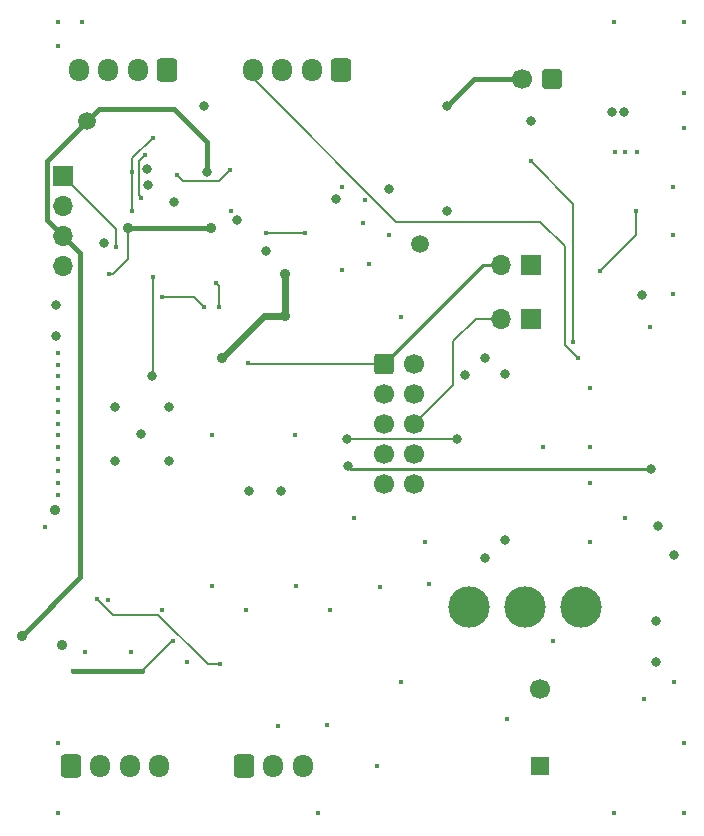
<source format=gbr>
%TF.GenerationSoftware,KiCad,Pcbnew,8.0.1*%
%TF.CreationDate,2024-06-10T15:39:53+02:00*%
%TF.ProjectId,Robuoy-Top,526f6275-6f79-42d5-946f-702e6b696361,rev?*%
%TF.SameCoordinates,Original*%
%TF.FileFunction,Copper,L4,Bot*%
%TF.FilePolarity,Positive*%
%FSLAX46Y46*%
G04 Gerber Fmt 4.6, Leading zero omitted, Abs format (unit mm)*
G04 Created by KiCad (PCBNEW 8.0.1) date 2024-06-10 15:39:53*
%MOMM*%
%LPD*%
G01*
G04 APERTURE LIST*
G04 Aperture macros list*
%AMRoundRect*
0 Rectangle with rounded corners*
0 $1 Rounding radius*
0 $2 $3 $4 $5 $6 $7 $8 $9 X,Y pos of 4 corners*
0 Add a 4 corners polygon primitive as box body*
4,1,4,$2,$3,$4,$5,$6,$7,$8,$9,$2,$3,0*
0 Add four circle primitives for the rounded corners*
1,1,$1+$1,$2,$3*
1,1,$1+$1,$4,$5*
1,1,$1+$1,$6,$7*
1,1,$1+$1,$8,$9*
0 Add four rect primitives between the rounded corners*
20,1,$1+$1,$2,$3,$4,$5,0*
20,1,$1+$1,$4,$5,$6,$7,0*
20,1,$1+$1,$6,$7,$8,$9,0*
20,1,$1+$1,$8,$9,$2,$3,0*%
G04 Aperture macros list end*
%TA.AperFunction,ComponentPad*%
%ADD10RoundRect,0.250000X-0.600000X-0.725000X0.600000X-0.725000X0.600000X0.725000X-0.600000X0.725000X0*%
%TD*%
%TA.AperFunction,ComponentPad*%
%ADD11O,1.700000X1.950000*%
%TD*%
%TA.AperFunction,ComponentPad*%
%ADD12RoundRect,0.250000X0.600000X0.725000X-0.600000X0.725000X-0.600000X-0.725000X0.600000X-0.725000X0*%
%TD*%
%TA.AperFunction,ComponentPad*%
%ADD13R,1.700000X1.700000*%
%TD*%
%TA.AperFunction,ComponentPad*%
%ADD14O,1.700000X1.700000*%
%TD*%
%TA.AperFunction,ComponentPad*%
%ADD15C,1.500000*%
%TD*%
%TA.AperFunction,ComponentPad*%
%ADD16C,3.500000*%
%TD*%
%TA.AperFunction,ComponentPad*%
%ADD17R,1.650000X1.650000*%
%TD*%
%TA.AperFunction,ComponentPad*%
%ADD18C,1.700000*%
%TD*%
%TA.AperFunction,ComponentPad*%
%ADD19RoundRect,0.206250X0.618750X0.618750X-0.618750X0.618750X-0.618750X-0.618750X0.618750X-0.618750X0*%
%TD*%
%TA.AperFunction,ComponentPad*%
%ADD20RoundRect,0.250000X-0.600000X-0.600000X0.600000X-0.600000X0.600000X0.600000X-0.600000X0.600000X0*%
%TD*%
%TA.AperFunction,ViaPad*%
%ADD21C,0.800000*%
%TD*%
%TA.AperFunction,ViaPad*%
%ADD22C,0.450000*%
%TD*%
%TA.AperFunction,ViaPad*%
%ADD23C,0.900000*%
%TD*%
%TA.AperFunction,Conductor*%
%ADD24C,0.200000*%
%TD*%
%TA.AperFunction,Conductor*%
%ADD25C,0.600000*%
%TD*%
%TA.AperFunction,Conductor*%
%ADD26C,0.400000*%
%TD*%
%TA.AperFunction,Conductor*%
%ADD27C,0.250000*%
%TD*%
G04 APERTURE END LIST*
D10*
%TO.P,J103,1,Pin_1*%
%TO.N,Net-(J103-Pin_1)*%
X40700000Y-109000000D03*
D11*
%TO.P,J103,2,Pin_2*%
%TO.N,+3.3V*%
X43200000Y-109000000D03*
%TO.P,J103,3,Pin_3*%
%TO.N,Net-(J103-Pin_3)*%
X45700000Y-109000000D03*
%TD*%
D12*
%TO.P,J104,1,Pin_1*%
%TO.N,Net-(J104-Pin_1)*%
X34230000Y-50055000D03*
D11*
%TO.P,J104,2,Pin_2*%
%TO.N,Net-(J104-Pin_2)*%
X31730000Y-50055000D03*
%TO.P,J104,3,Pin_3*%
%TO.N,/CPU/Vgps*%
X29230000Y-50055000D03*
%TO.P,J104,4,Pin_4*%
%TO.N,GND*%
X26730000Y-50055000D03*
%TD*%
D13*
%TO.P,SW102,1,1*%
%TO.N,GND*%
X65024000Y-66548000D03*
D14*
%TO.P,SW102,2,2*%
%TO.N,EN*%
X62484000Y-66548000D03*
%TD*%
D15*
%TO.P,TP208,1,1*%
%TO.N,GND*%
X55626000Y-64770000D03*
%TD*%
D16*
%TO.P,SW202,1,A*%
%TO.N,VBUS*%
X59800000Y-95500000D03*
%TO.P,SW202,2,B*%
%TO.N,Enable*%
X64500000Y-95500000D03*
%TO.P,SW202,3*%
%TO.N,N/C*%
X69200000Y-95500000D03*
%TD*%
D12*
%TO.P,J201,1,Pin_1*%
%TO.N,GND*%
X48962000Y-50055000D03*
D11*
%TO.P,J201,2,Pin_2*%
%TO.N,PAD*%
X46462000Y-50055000D03*
%TO.P,J201,3,Pin_3*%
%TO.N,VBUS*%
X43962000Y-50055000D03*
%TO.P,J201,4,Pin_4*%
%TO.N,Enable*%
X41462000Y-50055000D03*
%TD*%
D13*
%TO.P,SW101,1,1*%
%TO.N,GND*%
X65024000Y-71120000D03*
D14*
%TO.P,SW101,2,2*%
%TO.N,DR0*%
X62484000Y-71120000D03*
%TD*%
D15*
%TO.P,TP202,1,1*%
%TO.N,+5V*%
X27432000Y-54356000D03*
%TD*%
D17*
%TO.P,BZ101,1,+*%
%TO.N,+5V*%
X65800000Y-109000000D03*
D18*
%TO.P,BZ101,2,-*%
%TO.N,Net-(BZ101--)*%
X65800000Y-102500000D03*
%TD*%
D13*
%TO.P,J105,1,Pin_1*%
%TO.N,/CPU/SDA*%
X25425000Y-59065000D03*
D14*
%TO.P,J105,2,Pin_2*%
%TO.N,/CPU/SCL*%
X25425000Y-61605000D03*
%TO.P,J105,3,Pin_3*%
%TO.N,+5V*%
X25425000Y-64145000D03*
%TO.P,J105,4,Pin_4*%
%TO.N,GND*%
X25425000Y-66685000D03*
%TD*%
D19*
%TO.P,J202,1,Pin_1*%
%TO.N,Net-(J202-Pin_1)*%
X66802000Y-50800000D03*
D18*
%TO.P,J202,2,Pin_2*%
%TO.N,Net-(J202-Pin_2)*%
X64262000Y-50800000D03*
%TD*%
D10*
%TO.P,J102,1,Pin_1*%
%TO.N,GND*%
X26035000Y-109000000D03*
D11*
%TO.P,J102,2,Pin_2*%
%TO.N,Net-(D101-K)*%
X28535000Y-109000000D03*
%TO.P,J102,3,Pin_3*%
%TO.N,Net-(D102-K)*%
X31035000Y-109000000D03*
%TO.P,J102,4,Pin_4*%
%TO.N,Net-(D103-K)*%
X33535000Y-109000000D03*
%TD*%
D20*
%TO.P,J101,1,Pin_1*%
%TO.N,EN*%
X52587500Y-74930000D03*
D18*
%TO.P,J101,2,Pin_2*%
%TO.N,+3.3V*%
X55127500Y-74930000D03*
%TO.P,J101,3,Pin_3*%
%TO.N,TX*%
X52587500Y-77470000D03*
%TO.P,J101,4,Pin_4*%
%TO.N,GND*%
X55127500Y-77470000D03*
%TO.P,J101,5,Pin_5*%
%TO.N,RX*%
X52587500Y-80010000D03*
%TO.P,J101,6,Pin_6*%
%TO.N,DR0*%
X55127500Y-80010000D03*
%TO.P,J101,7,Pin_7*%
%TO.N,Net-(J101-Pin_7)*%
X52587500Y-82550000D03*
%TO.P,J101,8,Pin_8*%
%TO.N,Net-(J101-Pin_8)*%
X55127500Y-82550000D03*
%TO.P,J101,9,Pin_9*%
%TO.N,Net-(J101-Pin_9)*%
X52587500Y-85090000D03*
%TO.P,J101,10,Pin_10*%
%TO.N,Net-(J101-Pin_10)*%
X55127500Y-85090000D03*
%TD*%
D21*
%TO.N,GND*%
X75600000Y-100200000D03*
D22*
X77000000Y-69000000D03*
D21*
X32562800Y-59817012D03*
D22*
X25000000Y-78000000D03*
X70000000Y-90000000D03*
D21*
X37338000Y-53111400D03*
X34366200Y-78562200D03*
D22*
X38000000Y-81000000D03*
X73000000Y-88000000D03*
X70000000Y-77000000D03*
X56400000Y-93600000D03*
X43611800Y-105562400D03*
X66000000Y-82000000D03*
D21*
X61112400Y-74447400D03*
X34798000Y-61214000D03*
D22*
X54025800Y-101854000D03*
X45000000Y-81000000D03*
X49000000Y-67000000D03*
X78000000Y-52000000D03*
X77000000Y-60000000D03*
X78000000Y-107000000D03*
X48006000Y-95758000D03*
D21*
X75800000Y-88700000D03*
D22*
X40894000Y-95758000D03*
D21*
X61088000Y-91338400D03*
X71882000Y-53594000D03*
D22*
X47752000Y-105486200D03*
D23*
X25298400Y-98780600D03*
D22*
X25000000Y-84000000D03*
X50800000Y-62992000D03*
D21*
X31978600Y-80848200D03*
X77089000Y-91160600D03*
X57912000Y-61976000D03*
X65024000Y-54356000D03*
D22*
X50000000Y-88000000D03*
D21*
X34391600Y-83185000D03*
D22*
X63000000Y-105000000D03*
X70000000Y-82000000D03*
X25000000Y-86000000D03*
D21*
X52992000Y-60104000D03*
X24765000Y-69926200D03*
X74422000Y-69088000D03*
D22*
X77100000Y-101900000D03*
X45085000Y-93776800D03*
X25000000Y-107000000D03*
X25000000Y-79000000D03*
X27279600Y-99364800D03*
X56000000Y-90000000D03*
X54000000Y-71000000D03*
X51260677Y-66475757D03*
X27000000Y-46000000D03*
D21*
X24765000Y-72618600D03*
D22*
X25000000Y-46000000D03*
X31115000Y-99364800D03*
X78000000Y-113000000D03*
X25000000Y-76000000D03*
X33782000Y-95758000D03*
X78000000Y-55000000D03*
X66900000Y-98400000D03*
D21*
X62788800Y-89814400D03*
D22*
X25000000Y-82000000D03*
D21*
X62788800Y-75819000D03*
D23*
X24739600Y-87299800D03*
D22*
X72000000Y-113000000D03*
X73000000Y-57000000D03*
D21*
X75600000Y-96700000D03*
D22*
X25000000Y-80000000D03*
X25000000Y-83000000D03*
D21*
X41148000Y-85699600D03*
D22*
X77000000Y-64000000D03*
D21*
X43865800Y-85725000D03*
X40132000Y-62738000D03*
D22*
X37973000Y-93751400D03*
X47000000Y-113000000D03*
X29210000Y-94894400D03*
X25000000Y-77000000D03*
D21*
X48514000Y-60960000D03*
X59436000Y-75844400D03*
D22*
X25000000Y-85000000D03*
X70000000Y-85000000D03*
D21*
X29819600Y-78562200D03*
D22*
X35864800Y-100203000D03*
X74000000Y-57000000D03*
X52000000Y-109000000D03*
X78000000Y-46000000D03*
X25000000Y-75000000D03*
X72101111Y-56965188D03*
D21*
X29819600Y-83159600D03*
X72898000Y-53594000D03*
D22*
X39624000Y-61976000D03*
X25000000Y-81000000D03*
D21*
X32512000Y-58420000D03*
D22*
X53000000Y-64000000D03*
X25000000Y-48000000D03*
X72000000Y-46000000D03*
D21*
X28879806Y-64719200D03*
D22*
X52197000Y-93827600D03*
X49000000Y-60000000D03*
D21*
X42550500Y-65399500D03*
D22*
X25000000Y-113000000D03*
X50943413Y-61056587D03*
X25000000Y-74000000D03*
X75100000Y-71800000D03*
X23876000Y-88773000D03*
X74600000Y-103300000D03*
%TO.N,+3.3V*%
X32105600Y-100965000D03*
D23*
X37896800Y-63398400D03*
D22*
X29260800Y-67322000D03*
X34672010Y-98425980D03*
D23*
X30861000Y-63398400D03*
X38862000Y-74422000D03*
X44196000Y-70866000D03*
X44196000Y-67309998D03*
D22*
X29747919Y-100957044D03*
X26263600Y-100965000D03*
%TO.N,BUTTON*%
X38684200Y-100355400D03*
X28270200Y-94843600D03*
%TO.N,EN*%
X41021000Y-74879200D03*
D21*
%TO.N,+5V*%
X37592000Y-58674000D03*
D23*
X21920200Y-97967800D03*
D22*
%TO.N,/CPU/SDA*%
X29845000Y-65049400D03*
D21*
%TO.N,Net-(J202-Pin_2)*%
X57912000Y-53086000D03*
D22*
%TO.N,Enable*%
X69000000Y-74400000D03*
D21*
%TO.N,/CPU/Vbatt*%
X32943131Y-75934000D03*
D22*
X33020000Y-67589398D03*
%TO.N,Net-(J104-Pin_1)*%
X31242000Y-58673982D03*
X37338000Y-70104000D03*
X33807400Y-69240400D03*
X33045400Y-55803800D03*
X31242000Y-61999999D03*
%TO.N,Net-(J104-Pin_2)*%
X38608000Y-70104000D03*
X32004000Y-60858400D03*
X38354000Y-68072000D03*
X32359600Y-57226200D03*
D21*
%TO.N,/CPU/RADIO_1*%
X58750200Y-81330800D03*
X49453800Y-81330800D03*
%TO.N,/CPU/RADIO_5*%
X49530000Y-83566000D03*
X75184000Y-83820000D03*
D22*
%TO.N,VBUS*%
X65000000Y-57800000D03*
X68600000Y-73100000D03*
%TO.N,Net-(U201-FB)*%
X35052000Y-58928020D03*
X39497000Y-58547000D03*
%TO.N,Net-(Q201-G1)*%
X70866000Y-67056012D03*
X73914000Y-61976000D03*
%TO.N,Net-(U204-FB)*%
X45852500Y-63875500D03*
X42550500Y-63875500D03*
%TD*%
D24*
%TO.N,+3.3V*%
X29579000Y-67322000D02*
X30861000Y-66040000D01*
X34644620Y-98425980D02*
X34672010Y-98425980D01*
D25*
X44196000Y-67309998D02*
X44196000Y-70866000D01*
D24*
X30861000Y-66040000D02*
X30861000Y-63398400D01*
D25*
X38862000Y-74422000D02*
X42418000Y-70866000D01*
D26*
X26263600Y-100965000D02*
X32105600Y-100965000D01*
X30861000Y-63398400D02*
X37896800Y-63398400D01*
D25*
X42418000Y-70866000D02*
X44196000Y-70866000D01*
D24*
X29260800Y-67322000D02*
X29579000Y-67322000D01*
X32105600Y-100965000D02*
X34644620Y-98425980D01*
%TO.N,BUTTON*%
X33445937Y-96164400D02*
X29591000Y-96164400D01*
X38684200Y-100355400D02*
X37636937Y-100355400D01*
X37636937Y-100355400D02*
X33445937Y-96164400D01*
X29591000Y-96164400D02*
X28270200Y-94843600D01*
%TO.N,EN*%
X52587500Y-74930000D02*
X41071800Y-74930000D01*
D27*
X62484000Y-66548000D02*
X60969500Y-66548000D01*
D24*
X41071800Y-74930000D02*
X41021000Y-74879200D01*
D27*
X60969500Y-66548000D02*
X52587500Y-74930000D01*
D26*
%TO.N,+5V*%
X21996400Y-97891600D02*
X21920200Y-97967800D01*
X26847800Y-65567800D02*
X26847800Y-93014800D01*
X27432000Y-54356000D02*
X24003000Y-57785000D01*
X21996400Y-97866200D02*
X21996400Y-97891600D01*
X28448000Y-53340000D02*
X27432000Y-54356000D01*
X37592000Y-58674000D02*
X37592000Y-56134000D01*
X24003000Y-62723000D02*
X25425000Y-64145000D01*
X37592000Y-56134000D02*
X34798000Y-53340000D01*
X26847800Y-93014800D02*
X21996400Y-97866200D01*
X34798000Y-53340000D02*
X28448000Y-53340000D01*
X25425000Y-64145000D02*
X26847800Y-65567800D01*
X24003000Y-57785000D02*
X24003000Y-62723000D01*
D24*
%TO.N,/CPU/SDA*%
X29845000Y-65049400D02*
X29845000Y-63485000D01*
X29845000Y-63485000D02*
X25425000Y-59065000D01*
%TO.N,DR0*%
X58445400Y-76692100D02*
X55127500Y-80010000D01*
X58445400Y-73025000D02*
X58445400Y-76692100D01*
X62484000Y-71120000D02*
X60350400Y-71120000D01*
X60350400Y-71120000D02*
X58445400Y-73025000D01*
D26*
%TO.N,Net-(J202-Pin_2)*%
X60198000Y-50800000D02*
X64262000Y-50800000D01*
X57912000Y-53086000D02*
X60198000Y-50800000D01*
D24*
%TO.N,Enable*%
X67900000Y-73300000D02*
X67900000Y-65000000D01*
X41462000Y-50762000D02*
X41462000Y-50055000D01*
X53600000Y-62900000D02*
X41462000Y-50762000D01*
X69000000Y-74400000D02*
X67900000Y-73300000D01*
X65800000Y-62900000D02*
X53600000Y-62900000D01*
X67900000Y-65000000D02*
X65800000Y-62900000D01*
%TO.N,/CPU/Vbatt*%
X32943131Y-75934000D02*
X33020000Y-75857131D01*
X33020000Y-75857131D02*
X33020000Y-67589400D01*
%TO.N,Net-(J104-Pin_1)*%
X31242000Y-61999999D02*
X31242000Y-58673982D01*
X32968827Y-55803800D02*
X33045400Y-55803800D01*
X36474400Y-69240400D02*
X33807400Y-69240400D01*
X31242000Y-58673982D02*
X31242000Y-57530627D01*
X37338000Y-70104000D02*
X36474400Y-69240400D01*
X31242000Y-57530627D02*
X32968827Y-55803800D01*
%TO.N,Net-(J104-Pin_2)*%
X38608000Y-68326000D02*
X38608000Y-70104000D01*
X32359600Y-57226200D02*
X31800800Y-57785000D01*
X38354000Y-68072000D02*
X38608000Y-68326000D01*
X31800800Y-60655200D02*
X32004000Y-60858400D01*
X31800800Y-57785000D02*
X31800800Y-60655200D01*
%TO.N,/CPU/RADIO_1*%
X49453800Y-81330800D02*
X58750200Y-81330800D01*
D27*
%TO.N,/CPU/RADIO_5*%
X49784000Y-83820000D02*
X49530000Y-83566000D01*
X75184000Y-83820000D02*
X49784000Y-83820000D01*
D24*
%TO.N,VBUS*%
X68600000Y-61400000D02*
X65000000Y-57800000D01*
X68600000Y-73100000D02*
X68600000Y-61400000D01*
%TO.N,Net-(U201-FB)*%
X35559980Y-59436000D02*
X35052000Y-58928020D01*
X38608000Y-59436000D02*
X35559980Y-59436000D01*
X39497000Y-58547000D02*
X38608000Y-59436000D01*
%TO.N,Net-(Q201-G1)*%
X70866000Y-67056000D02*
X70866000Y-67056012D01*
X73914000Y-64008000D02*
X70866000Y-67056000D01*
X73914000Y-61976000D02*
X73914000Y-64008000D01*
%TO.N,Net-(U204-FB)*%
X45852500Y-63875500D02*
X42550500Y-63875500D01*
%TD*%
M02*

</source>
